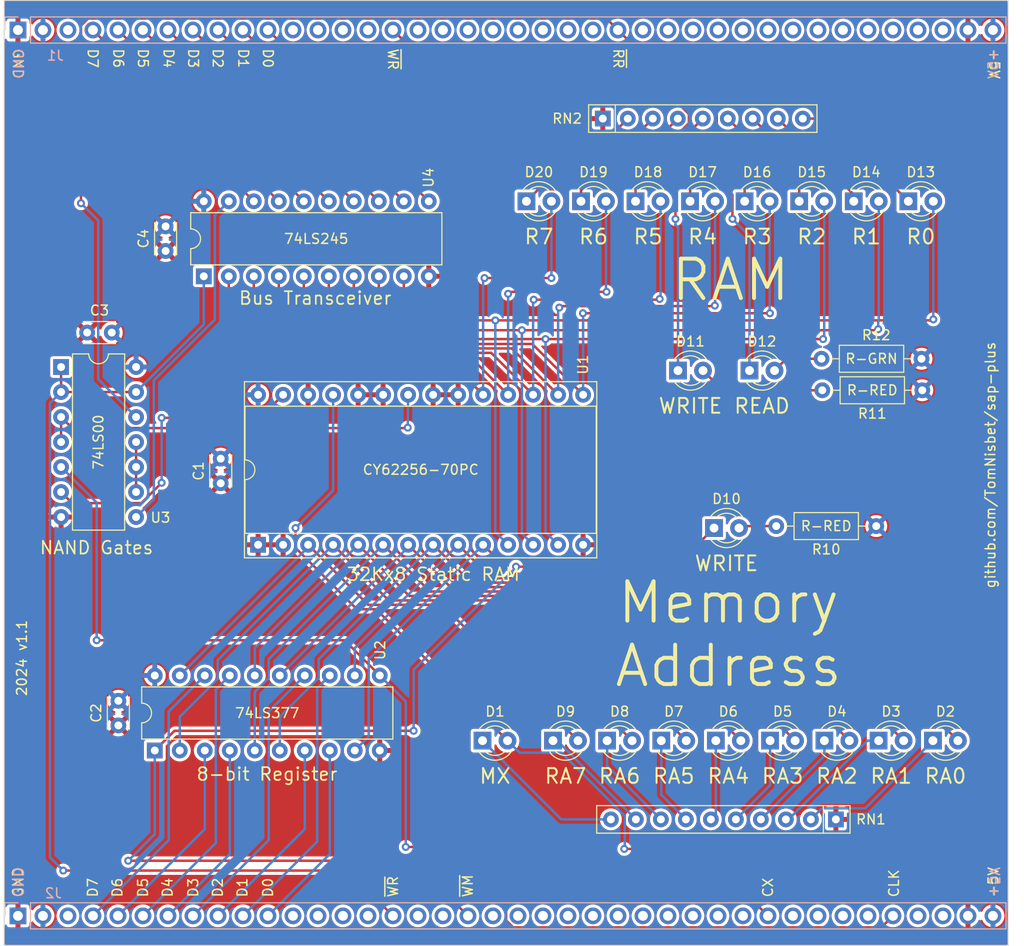
<source format=kicad_pcb>
(kicad_pcb (version 20240108) (generator "pcbnew") (generator_version "8.0")
  (title_block (title "SAP-Plus RAM and MAR") (date "2024-11-30") (rev "1.1") (company "github.com/TomNisbet/sap-plus"))
  (layers (0 "F.Cu" signal) (31 "B.Cu" signal) (34 "B.Paste" user) (35 "F.Paste" user) (36 "B.SilkS" user "B.Silkscreen") (37 "F.SilkS" user "F.Silkscreen") (38 "B.Mask" user) (39 "F.Mask" user) (44 "Edge.Cuts" user))
  (net 0 "")
  (net 1 "CLK")
  (net 2 "D0")
  (net 3 "D1")
  (net 4 "D2")
  (net 5 "D3")
  (net 6 "D4")
  (net 7 "D5")
  (net 8 "D6")
  (net 9 "D7")
  (net 10 "GND")
  (net 11 "/~{WE}")
  (net 12 "Net-(U3-Pad10)")
  (net 19 "/~{CE}")
  (net 27 "+5V")
  (net 34 "CX")
  (net 35 "Net-(D10-A)")
  (net 38 "Net-(D11-A)")
  (net 44 "Net-(D12-A)")
  (net 51 "/RA0")
  (net 52 "/RA1")
  (net 53 "/RA2")
  (net 54 "/RA3")
  (net 55 "/RA4")
  (net 56 "/RA5")
  (net 57 "/RA6")
  (net 58 "/RA7")
  (net 65 "~{RR}")
  (net 66 "~{WR}")
  (net 67 "~{WM}")
  (net 75 "Net-(D1-K)")
  (net 76 "Net-(D2-K)")
  (net 77 "Net-(D3-K)")
  (net 78 "/WR")
  (net 79 "Net-(D4-K)")
  (net 80 "Net-(D5-K)")
  (net 81 "Net-(D6-K)")
  (net 82 "Net-(D7-K)")
  (net 83 "Net-(D8-K)")
  (net 84 "Net-(D9-K)")
  (net 85 "Net-(D13-K)")
  (net 86 "/R0")
  (net 87 "Net-(D14-K)")
  (net 88 "/R1")
  (net 89 "/R2")
  (net 90 "Net-(D15-K)")
  (net 91 "Net-(D16-K)")
  (net 92 "/R3")
  (net 93 "/R4")
  (net 94 "Net-(D17-K)")
  (net 95 "/R5")
  (net 96 "Net-(D18-K)")
  (net 97 "Net-(D19-K)")
  (net 98 "/R6")
  (net 99 "/R7")
  (net 100 "Net-(D20-K)")
  (footprint "LED_THT:LED_D3.0mm" (layer "F.Cu") (at 179.36 118.2)
    (property "Reference" "D2")
    (property "Value" "RA0")
  )
  (footprint "LED_THT:LED_D3.0mm" (layer "F.Cu") (at 173.84571 118.2)
    (property "Reference" "D3")
    (property "Value" "RA1")
  )
  (footprint "LED_THT:LED_D3.0mm" (layer "F.Cu") (at 168.331425 118.2)
    (property "Reference" "D4")
    (property "Value" "RA2")
  )
  (footprint "LED_THT:LED_D3.0mm" (layer "F.Cu") (at 162.81714 118.2)
    (property "Reference" "D5")
    (property "Value" "RA3")
  )
  (footprint "Resistor_THT:R_Axial_DIN0207_L6.3mm_D2.5mm_P10.16mm_Horizontal" (layer "F.Cu") (at 173.6 96.4 180)
    (property "Reference" "R10")
    (property "Value" "R-RED")
  )
  (footprint "Capacitor_THT:C_Disc_D3.0mm_W2.0mm_P2.50mm" (layer "F.Cu") (at 107 92.049998 90)
    (property "Reference" "C1")
    (property "Value" "0.1uF")
  )
  (footprint "Capacitor_THT:C_Disc_D3.0mm_W2.0mm_P2.50mm" (layer "F.Cu") (at 96.6 116.649998 90)
    (property "Reference" "C2")
    (property "Value" "0.1uF")
  )
  (footprint "Capacitor_THT:C_Disc_D3.0mm_W2.0mm_P2.50mm" (layer "F.Cu") (at 93.43 76.74)
    (property "Reference" "C3")
    (property "Value" "0.1uF")
  )
  (footprint "LED_THT:LED_D3.0mm" (layer "F.Cu") (at 160.725 80.6)
    (property "Reference" "D12")
    (property "Value" "READ")
  )
  (footprint "Resistor_THT:R_Axial_DIN0207_L6.3mm_D2.5mm_P10.16mm_Horizontal" (layer "F.Cu") (at 178.28 82.6 180)
    (property "Reference" "R11")
    (property "Value" "R-RED")
  )
  (footprint "Resistor_THT:R_Axial_DIN0207_L6.3mm_D2.5mm_P10.16mm_Horizontal" (layer "F.Cu") (at 178.2 79.4 180)
    (property "Reference" "R12")
    (property "Value" "R-GRN")
  )
  (footprint "Package_DIP:DIP-20_W7.62mm" (layer "F.Cu") (at 100.3 119.199998 90)
    (property "Reference" "U2")
    (property "Value" "74LS377")
  )
  (footprint "Package_DIP:DIP-14_W7.62mm" (layer "F.Cu") (at 90.78 80.24)
    (property "Reference" "U3")
    (property "Value" "74LS00")
  )
  (footprint "LED_THT:LED_D3.0mm" (layer "F.Cu") (at 157.302855 118.2)
    (property "Reference" "D6")
    (property "Value" "RA4")
  )
  (footprint "LED_THT:LED_D3.0mm" (layer "F.Cu") (at 157.12 96.6)
    (property "Reference" "D10")
    (property "Value" "WRITE")
  )
  (footprint "LED_THT:LED_D3.0mm" (layer "F.Cu") (at 153.46 80.6)
    (property "Reference" "D11")
    (property "Value" "WRITE")
  )
  (footprint "Package_DIP:DIP-28_W15.24mm_Socket" (layer "F.Cu") (at 110.8 98.299998 90)
    (property "Reference" "U1")
    (property "Value" "CY62256-70PC")
  )
  (footprint "LED_THT:LED_D3.0mm" (layer "F.Cu") (at 140.76 118.2)
    (property "Reference" "D9")
    (property "Value" "RA7")
  )
  (footprint "LED_THT:LED_D3.0mm" (layer "F.Cu") (at 151.76 118.2)
    (property "Reference" "D7")
    (property "Value" "RA5")
  )
  (footprint "LED_THT:LED_D3.0mm" (layer "F.Cu") (at 146.26 118.2)
    (property "Reference" "D8")
    (property "Value" "RA6")
  )
  (footprint "LED_THT:LED_D3.0mm" (layer "F.Cu") (at 143.602857 63.4)
    (property "Reference" "D19")
    (property "Value" "R6")
  )
  (footprint "Resistor_THT:R_Array_SIP10" (layer "F.Cu") (at 169.5 126.2 180)
    (property "Reference" "RN1")
    (property "Value" "R_GRN")
  )
  (footprint "Capacitor_THT:C_Disc_D3.0mm_W2.0mm_P2.50mm" (layer "F.Cu") (at 101.4 68.45 90)
    (property "Reference" "C4")
    (property "Value" "0.1uF")
  )
  (footprint "LED_THT:LED_D3.0mm" (layer "F.Cu") (at 149.145714 63.4)
    (property "Reference" "D18")
    (property "Value" "R5")
  )
  (footprint "LED_THT:LED_D3.0mm" (layer "F.Cu") (at 154.688571 63.4)
    (property "Reference" "D17")
    (property "Value" "R4")
  )
  (footprint "LED_THT:LED_D3.0mm" (layer "F.Cu") (at 165.774285 63.4)
    (property "Reference" "D15")
    (property "Value" "R2")
  )
  (footprint "LED_THT:LED_D3.0mm" (layer "F.Cu") (at 160.231428 63.4)
    (property "Reference" "D16")
    (property "Value" "R3")
  )
  (footprint "LED_THT:LED_D3.0mm" (layer "F.Cu") (at 171.317142 63.4)
    (property "Reference" "D14")
    (property "Value" "R1")
  )
  (footprint "LED_THT:LED_D3.0mm" (layer "F.Cu") (at 138.06 63.4)
    (property "Reference" "D20")
    (property "Value" "R7")
  )
  (footprint "Resistor_THT:R_Array_SIP9" (layer "F.Cu") (at 145.82 55)
    (property "Reference" "RN2")
    (property "Value" "R_RED")
  )
  (footprint "Package_DIP:DIP-20_W7.62mm" (layer "F.Cu") (at 105.28 71.02 90)
    (property "Reference" "U4")
    (property "Value" "74LS245")
  )
  (footprint "LED_THT:LED_D3.0mm" (layer "F.Cu") (at 176.86 63.4)
    (property "Reference" "D13")
    (property "Value" "R0")
  )
  (footprint "LED_THT:LED_D3.0mm" (layer "F.Cu") (at 133.6 118.2)
    (property "Reference" "D1")
    (property "Value" "MX")
  )
  (footprint "Connector_PinHeader_2.54mm:PinHeader_1x40_P2.54mm_Vertical" (layer "B.Cu") (at 86.4 136 -90)
    (property "Reference" "J2")
    (property "Value" "Bus")
  )
  (footprint "Connector_PinHeader_2.54mm:PinHeader_1x40_P2.54mm_Vertical" (layer "B.Cu") (at 86.4 46 -90)
    (property "Reference" "J1")
    (property "Value" "Bus")
  )
  (gr_line (start 85 139) (end 85 43) (stroke (width 0.1)) (layer "Edge.Cuts"))
  (gr_line (start 187 139) (end 85 139) (stroke (width 0.1)) (layer "Edge.Cuts"))
  (gr_line (start 85 43) (end 187 43) (stroke (width 0.1)) (layer "Edge.Cuts"))
  (gr_line (start 187 43) (end 187 139) (stroke (width 0.1)) (layer "Edge.Cuts"))
  (gr_text "+5V" (at 185.5 47.8 90) (layer "B.SilkS") (effects (font (size 1 1)) (justify left mirror)))
  (gr_text "+5V" (at 185.6 134.2 270) (layer "B.SilkS") (effects (font (size 1 1)) (justify left mirror)))
  (gr_text "GND" (at 86.4 134.2 -90) (layer "B.SilkS") (effects (font (size 1 1)) (justify left mirror)))
  (gr_text "GND" (at 86.5 47.8 90) (layer "B.SilkS") (effects (font (size 1 1)) (justify left mirror)))
  (gr_text "D6" (at 96.5 134.2 90) (layer "F.SilkS") (effects (font (size 1 1)) (justify left)))
  (gr_text "D5" (at 99.1 134.2 90) (layer "F.SilkS") (effects (font (size 1 1)) (justify left)))
  (gr_text "D4" (at 101.6 134.2 90) (layer "F.SilkS") (effects (font (size 1 1)) (justify left)))
  (gr_text "D3" (at 104.2 134.2 90) (layer "F.SilkS") (effects (font (size 1 1)) (justify left)))
  (gr_text "D2" (at 106.7 134.2 90) (layer "F.SilkS") (effects (font (size 1 1)) (justify left)))
  (gr_text "D1" (at 109.2 134.2 90) (layer "F.SilkS") (effects (font (size 1 1)) (justify left)))
  (gr_text "D0" (at 111.8 134.2 90) (layer "F.SilkS") (effects (font (size 1 1)) (justify left)))
  (gr_text "GND" (at 86.4 134.2 90) (layer "F.SilkS") (effects (font (size 1 1)) (justify left)))
  (gr_text "+5V" (at 185.5 134.2 90) (layer "F.SilkS") (effects (font (size 1 1)) (justify left)))
  (gr_text "D2" (at 106.7 47.8 270) (layer "F.SilkS") (effects (font (size 1 1)) (justify left)))
  (gr_text "D7" (at 94 47.8 270) (layer "F.SilkS") (effects (font (size 1 1)) (justify left)))
  (gr_text "D6" (at 96.6 47.8 270) (layer "F.SilkS") (effects (font (size 1 1)) (justify left)))
  (gr_text "D3" (at 104.2 47.8 270) (layer "F.SilkS") (effects (font (size 1 1)) (justify left)))
  (gr_text "D5" (at 99.1 47.8 270) (layer "F.SilkS") (effects (font (size 1 1)) (justify left)))
  (gr_text "D0" (at 111.8 47.8 270) (layer "F.SilkS") (effects (font (size 1 1)) (justify left)))
  (gr_text "D4" (at 101.7 47.8 270) (layer "F.SilkS") (effects (font (size 1 1)) (justify left)))
  (gr_text "GND" (at 86.4 47.8 270) (layer "F.SilkS") (effects (font (size 1 1)) (justify left)))
  (gr_text "+5V" (at 185.6 47.8 270) (layer "F.SilkS") (effects (font (size 1 1)) (justify left)))
  (gr_text "CLK" (at 175.4 134.2 90) (layer "F.SilkS") (effects (font (size 1 1)) (justify left)))
  (gr_text "D1" (at 109.3 47.8 270) (layer "F.SilkS") (effects (font (size 1 1)) (justify left)))
  (gr_text "RAM" (at 158.8 71.4 0) (layer "F.SilkS") (effects (font (size 4 4) (thickness 0.4))))
  (gr_text "Memory\nAddress" (at 158.6 107.4 0) (layer "F.SilkS") (effects (font (size 4 4) (thickness 0.4))))
  (gr_text "~{RR}" (at 147.4 47.8 -90) (layer "F.SilkS") (effects (font (size 1 1)) (justify left)))
  (gr_text "~{WR}" (at 124.5 134.2 90) (layer "F.SilkS") (effects (font (size 1 1)) (justify left)))
  (gr_text "~{WM}" (at 132.1 134.2 90) (layer "F.SilkS") (effects (font (size 1 1)) (justify left)))
  (gr_text "CX" (at 162.6 134.2 90) (layer "F.SilkS") (effects (font (size 1 1)) (justify left)))
  (gr_text "2024 v${REVISION}" (at 86.8 109.8 90) (layer "F.SilkS") (effects (font (size 1 1))))
  (gr_text "D7" (at 94 134.2 90) (layer "F.SilkS") (effects (font (size 1 1)) (justify left)))
  (gr_text "Bus Transceiver" (at 116.6 74 0) (layer "F.SilkS") (effects (font (size 1.3 1.3) (thickness 0.17)) (justify bottom)))
  (gr_text "${COMPANY}" (at 185.2 90.2 90) (layer "F.SilkS") (effects (font (size 1 1))))
  (gr_text "~{WR}" (at 124.5 47.8 -90) (layer "F.SilkS") (effects (font (size 1 1)) (justify left)))
  (segment (start 123.16 111.579998) (end 119.580002 108) (width 0.25) (layer "F.Cu") (net 1))
  (segment (start 136.713299 137.175) (end 174.125 137.175) (width 0.25) (layer "F.Cu") (net 1))
  (segment (start 174.125 137.175) (end 175.3 136) (width 0.25) (layer "F.Cu") (net 1))
  (segment (start 119.580002 108) (end 94.4 108) (width 0.25) (layer "F.Cu") (net 1))
  (segment (start 125.8 129) (end 131.2 129) (width 0.25) (layer "F.Cu") (net 1))
  (segment (start 131.2 129) (end 136 133.8) (width 0.25) (layer "F.Cu") (net 1))
  (segment (start 136 136.461701) (end 136.713299 137.175) (width 0.25) (layer "F.Cu") (net 1))
  (segment (start 136 133.8) (end 136 136.461701) (width 0.25) (layer "F.Cu") (net 1))
  (via (at 125.8 129) (size 0.8) (drill 0.4) (layers "F.Cu" "B.Cu") (net 1))
  (via (at 94.4 108) (size 0.8) (drill 0.4) (layers "F.Cu" "B.Cu") (net 1))
  (segment (start 125.8 129) (end 125.8 114.219998) (width 0.25) (layer "B.Cu") (net 1))
  (segment (start 94.4 94.02) (end 90.78 90.4) (width 0.25) (layer "B.Cu") (net 1))
  (segment (start 94.4 108) (end 94.4 94.02) (width 0.25) (layer "B.Cu") (net 1))
  (segment (start 125.8 114.219998) (end 123.16 111.579998) (width 0.25) (layer "B.Cu") (net 1))
  (segment (start 118 53.26) (end 128.14 63.4) (width 0.25) (layer "F.Cu") (net 2))
  (segment (start 111.8 46) (end 118 52.2) (width 0.25) (layer "F.Cu") (net 2))
  (segment (start 118 52.2) (end 118 53.26) (width 0.25) (layer "F.Cu") (net 2))
  (segment (start 111.8 136) (end 118.08 129.72) (width 0.25) (layer "B.Cu") (net 2))
  (segment (start 118.08 129.72) (end 118.08 119.199998) (width 0.25) (layer "B.Cu") (net 2))
  (segment (start 109.26 46) (end 116.56 53.3) (width 0.25) (layer "F.Cu") (net 3))
  (segment (start 116.56 54.36) (end 125.6 63.4) (width 0.25) (layer "F.Cu") (net 3))
  (segment (start 116.56 53.3) (end 116.56 54.36) (width 0.25) (layer "F.Cu") (net 3))
  (segment (start 116.8 112.859998) (end 116.8 128.46) (width 0.25) (layer "B.Cu") (net 3))
  (segment (start 116.8 112.859998) (end 118.08 111.579998) (width 0.25) (layer "B.Cu") (net 3))
  (segment (start 116.8 128.46) (end 109.26 136) (width 0.25) (layer "B.Cu") (net 3))
  (segment (start 114.919998 54.199998) (end 114.919998 55.259998) (width 0.25) (layer "F.Cu") (net 4))
  (segment (start 114.919998 55.259998) (end 123.06 63.4) (width 0.25) (layer "F.Cu") (net 4))
  (segment (start 106.72 46) (end 114.919998 54.199998) (width 0.25) (layer "F.Cu") (net 4))
  (segment (start 115.54 127.18) (end 115.54 119.199998) (width 0.25) (layer "B.Cu") (net 4))
  (segment (start 106.72 136) (end 115.54 127.18) (width 0.25) (layer "B.Cu") (net 4))
  (segment (start 112.88 55.76) (end 120.52 63.4) (width 0.25) (layer "F.Cu") (net 5))
  (segment (start 104.18 46) (end 112.88 54.7) (width 0.25) (layer "F.Cu") (net 5))
  (segment (start 112.88 54.7) (end 112.88 55.76) (width 0.25) (layer "F.Cu") (net 5))
  (segment (start 104.18 136) (end 111.874999 128.305001) (width 0.25) (layer "B.Cu") (net 5))
  (segment (start 111.874999 115.244999) (end 115.54 111.579998) (width 0.25) (layer "B.Cu") (net 5))
  (segment (start 111.874999 128.305001) (end 111.874999 115.244999) (width 0.25) (layer "B.Cu") (net 5))
  (segment (start 101.64 46) (end 110.790011 55.150011) (width 0.25) (layer "F.Cu") (net 6))
  (segment (start 110.790011 56.210011) (end 117.98 63.4) (width 0.25) (layer "F.Cu") (net 6))
  (segment (start 110.790011 55.150011) (end 110.790011 56.210011) (width 0.25) (layer "F.Cu") (net 6))
  (segment (start 101.64 136) (end 107.92 129.72) (width 0.25) (layer "B.Cu") (net 6))
  (segment (start 107.92 129.72) (end 107.92 119.199998) (width 0.25) (layer "B.Cu") (net 6))
  (segment (start 99.1 46) (end 108.700022 55.600022) (width 0.25) (layer "F.Cu") (net 7))
  (segment (start 108.700022 56.660022) (end 115.44 63.4) (width 0.25) (layer "F.Cu") (net 7))
  (segment (start 108.700022 55.600022) (end 108.700022 56.660022) (width 0.25) (layer "F.Cu") (net 7))
  (segment (start 99.1 136) (end 106.505 128.595) (width 0.25) (layer "B.Cu") (net 7))
  (segment (start 106.505 128.595) (end 106.505 112.994998) (width 0.25) (layer "B.Cu") (net 7))
  (segment (start 106.505 112.994998) (end 107.92 111.579998) (width 0.25) (layer "B.Cu") (net 7))
  (segment (start 106.58 57.08) (end 112.9 63.4) (width 0.25) (layer "F.Cu") (net 8))
  (segment (start 96.56 46) (end 106.58 56.02) (width 0.25) (layer "F.Cu") (net 8))
  (segment (start 106.58 56.02) (end 106.58 57.08) (width 0.25) (layer "F.Cu") (net 8))
  (segment (start 96.56 136) (end 105.38 127.18) (width 0.25) (layer "B.Cu") (net 8))
  (segment (start 105.38 127.18) (end 105.38 119.199998) (width 0.25) (layer "B.Cu") (net 8))
  (segment (start 104.520044 56.500044) (end 104.520044 57.560044) (width 0.25) (layer "F.Cu") (net 9))
  (segment (start 104.520044 57.560044) (end 110.36 63.4) (width 0.25) (layer "F.Cu") (net 9))
  (segment (start 94.02 46) (end 104.520044 56.500044) (width 0.25) (layer "F.Cu") (net 9))
  (segment (start 101.714999 115.244999) (end 105.38 111.579998) (width 0.25) (layer "B.Cu") (net 9))
  (segment (start 101.714999 115.244999) (end 101.714999 128.305001) (width 0.25) (layer "B.Cu") (net 9))
  (segment (start 101.714999 128.305001) (end 94.02 136) (width 0.25) (layer "B.Cu") (net 9))
  (segment (start 98.935 94.065) (end 101 92) (width 0.25) (layer "F.Cu") (net 11))
  (segment (start 101 85.4) (end 110.999998 85.4) (width 0.25) (layer "F.Cu") (net 11))
  (segment (start 90.78 92.94) (end 91.905 94.065) (width 0.25) (layer "F.Cu") (net 11))
  (segment (start 110.999998 85.4) (end 113.34 83.059998) (width 0.25) (layer "F.Cu") (net 11))
  (segment (start 91.905 94.065) (end 98.935 94.065) (width 0.25) (layer "F.Cu") (net 11))
  (via (at 101 92) (size 0.8) (drill 0.4) (layers "F.Cu" "B.Cu") (net 11))
  (via (at 101 85.4) (size 0.8) (drill 0.4) (layers "F.Cu" "B.Cu") (net 11))
  (segment (start 101 92) (end 101 85.4) (width 0.25) (layer "B.Cu") (net 11))
  (segment (start 98.4 90.4) (end 98.4 92.94) (width 0.25) (layer "F.Cu") (net 12))
  (segment (start 98.4 87.86) (end 98.4 90.4) (width 0.25) (layer "F.Cu") (net 12))
  (segment (start 100.2 81.616396) (end 106.405 75.411396) (width 0.25) (layer "B.Cu") (net 19))
  (segment (start 106.405 64.815) (end 107.82 63.4) (width 0.25) (layer "B.Cu") (net 19))
  (segment (start 98.4 95.48) (end 100.2 93.68) (width 0.25) (layer "B.Cu") (net 19))
  (segment (start 106.405 75.411396) (end 106.405 64.815) (width 0.25) (layer "B.Cu") (net 19))
  (segment (start 100.2 93.68) (end 100.2 81.616396) (width 0.25) (layer "B.Cu") (net 19))
  (segment (start 114.6 98.610989) (end 120.839011 104.85) (width 0.25) (layer "F.Cu") (net 34))
  (segment (start 120.839011 104.85) (end 122.79 104.85) (width 0.25) (layer "F.Cu") (net 34))
  (segment (start 122.79 104.85) (end 136.14 118.2) (width 0.25) (layer "F.Cu") (net 34))
  (segment (start 148 129.2) (end 155.8 129.2) (width 0.25) (layer "F.Cu") (net 34))
  (segment (start 155.8 129.2) (end 162.6 136) (width 0.25) (layer "F.Cu") (net 34))
  (segment (start 114.6 96.6) (end 114.6 98.610989) (width 0.25) (layer "F.Cu") (net 34))
  (via (at 148 129.2) (size 0.8) (drill 0.4) (layers "F.Cu" "B.Cu") (net 34))
  (via (at 114.6 96.6) (size 0.8) (drill 0.4) (layers "F.Cu" "B.Cu") (net 34))
  (segment (start 118.42 83.059998) (end 118.42 92.78) (width 0.25) (layer "B.Cu") (net 34))
  (segment (start 141.625 119.425) (end 137.365 119.425) (width 0.25) (layer "B.Cu") (net 34))
  (segment (start 148.055 129.145) (end 148.055 125.855) (width 0.25) (layer "B.Cu") (net 34))
  (segment (start 137.365 119.425) (end 136.14 118.2) (width 0.25) (layer "B.Cu") (net 34))
  (segment (start 148.055 125.855) (end 141.625 119.425) (width 0.25) (layer "B.Cu") (net 34))
  (segment (start 118.42 92.78) (end 114.6 96.6) (width 0.25) (layer "B.Cu") (net 34))
  (segment (start 148 129.2) (end 148.055 129.145) (width 0.25) (layer "B.Cu") (net 34))
  (segment (start 159.86 96.4) (end 159.66 96.6) (width 0.25) (layer "F.Cu") (net 35))
  (segment (start 163.44 96.4) (end 159.86 96.4) (width 0.25) (layer "F.Cu") (net 35))
  (segment (start 168.12 82.6) (end 158 82.6) (width 0.25) (layer "F.Cu") (net 38))
  (segment (start 158 82.6) (end 156 80.6) (width 0.25) (layer "F.Cu") (net 38))
  (segment (start 168.04 79.4) (end 164.465 79.4) (width 0.25) (layer "F.Cu") (net 44))
  (segment (start 164.465 79.4) (end 163.265 80.6) (width 0.25) (layer "F.Cu") (net 44))
  (segment (start 136.610002 101.25) (end 164.95 101.25) (width 0.25) (layer "F.Cu") (net 51))
  (segment (start 133.66 98.299998) (end 136.610002 101.25) (width 0.25) (layer "F.Cu") (net 51))
  (segment (start 164.95 101.25) (end 181.9 118.2) (width 0.25) (layer "F.Cu") (net 51))
  (segment (start 122.034999 117.784999) (end 122.034999 109.924999) (width 0.25) (layer "B.Cu") (net 51))
  (segment (start 122.034999 109.924999) (end 133.66 98.299998) (width 0.25) (layer "B.Cu") (net 51))
  (segment (start 120.62 119.199998) (end 122.034999 117.784999) (width 0.25) (layer "B.Cu") (net 51))
  (segment (start 131.12 98.299998) (end 134.520002 101.7) (width 0.25) (layer "F.Cu") (net 52))
  (segment (start 134.520002 101.7) (end 159.88571 101.7) (width 0.25) (layer "F.Cu") (net 52))
  (segment (start 159.88571 101.7) (end 176.38571 118.2) (width 0.25) (layer "F.Cu") (net 52))
  (segment (start 120.62 108.799998) (end 131.12 98.299998) (width 0.25) (layer "B.Cu") (net 52))
  (segment (start 120.62 111.579998) (end 120.62 108.799998) (width 0.25) (layer "B.Cu") (net 52))
  (segment (start 154.821425 102.15) (end 170.871425 118.2) (width 0.25) (layer "F.Cu") (net 53))
  (segment (start 128.58 98.299998) (end 132.430002 102.15) (width 0.25) (layer "F.Cu") (net 53))
  (segment (start 132.430002 102.15) (end 154.821425 102.15) (width 0.25) (layer "F.Cu") (net 53))
  (segment (start 113 115.785) (end 116.954999 111.830001) (width 0.25) (layer "B.Cu") (net 53))
  (segment (start 116.954999 111.830001) (end 116.954999 109.924999) (width 0.25) (layer "B.Cu") (net 53))
  (segment (start 116.954999 109.924999) (end 128.58 98.299998) (width 0.25) (layer "B.Cu") (net 53))
  (segment (start 113 119.199998) (end 113 115.785) (width 0.25) (layer "B.Cu") (net 53))
  (segment (start 130.340002 102.6) (end 149.75714 102.6) (width 0.25) (layer "F.Cu") (net 54))
  (segment (start 126.04 98.299998) (end 130.340002 102.6) (width 0.25) (layer "F.Cu") (net 54))
  (segment (start 149.75714 102.6) (end 165.35714 118.2) (width 0.25) (layer "F.Cu") (net 54))
  (segment (start 113 111.579998) (end 126.04 98.539998) (width 0.25) (layer "B.Cu") (net 54))
  (segment (start 126.04 98.539998) (end 126.04 98.299998) (width 0.25) (layer "B.Cu") (net 54))
  (segment (start 128.250002 103.05) (end 144.692855 103.05) (width 0.25) (layer "F.Cu") (net 55))
  (segment (start 144.692855 103.05) (end 159.842855 118.2) (width 0.25) (layer "F.Cu") (net 55))
  (segment (start 123.5 98.299998) (end 128.250002 103.05) (width 0.25) (layer "F.Cu") (net 55))
  (segment (start 111.874999 109.924999) (end 123.5 98.299998) (width 0.25) (layer "B.Cu") (net 55))
  (segment (start 110.46 119.199998) (end 110.46 113.245) (width 0.25) (layer "B.Cu") (net 55))
  (segment (start 111.874999 111.830001) (end 111.874999 109.924999) (width 0.25) (layer "B.Cu") (net 55))
  (segment (start 110.46 113.245) (end 111.874999 111.830001) (width 0.25) (layer "B.Cu") (net 55))
  (segment (start 120.96 98.299998) (end 126.160002 103.5) (width 0.25) (layer "F.Cu") (net 56))
  (segment (start 139.6 103.5) (end 154.3 118.2) (width 0.25) (layer "F.Cu") (net 56))
  (segment (start 126.160002 103.5) (end 139.6 103.5) (width 0.25) (layer "F.Cu") (net 56))
  (segment (start 110.46 108.799998) (end 120.96 98.299998) (width 0.25) (layer "B.Cu") (net 56))
  (segment (start 110.46 111.579998) (end 110.46 108.799998) (width 0.25) (layer "B.Cu") (net 56))
  (segment (start 134.55 103.95) (end 148.8 118.2) (width 0.25) (layer "F.Cu") (net 57))
  (segment (start 124.070002 103.95) (end 134.55 103.95) (width 0.25) (layer "F.Cu") (net 57))
  (segment (start 118.42 98.299998) (end 124.070002 103.95) (width 0.25) (layer "F.Cu") (net 57))
  (segment (start 106.7 110.019998) (end 118.42 98.299998) (width 0.25) (layer "B.Cu") (net 57))
  (segment (start 102.84 115.785) (end 106.7 111.925) (width 0.25) (layer "B.Cu") (net 57))
  (segment (start 102.84 119.199998) (end 102.84 115.785) (width 0.25) (layer "B.Cu") (net 57))
  (segment (start 106.7 111.925) (end 106.7 110.019998) (width 0.25) (layer "B.Cu") (net 57))
  (segment (start 121.980002 104.4) (end 129.5 104.4) (width 0.25) (layer "F.Cu") (net 58))
  (segment (start 115.88 98.299998) (end 121.980002 104.4) (width 0.25) (layer "F.Cu") (net 58))
  (segment (start 129.5 104.4) (end 143.3 118.2) (width 0.25) (layer "F.Cu") (net 58))
  (segment (start 102.84 111.579998) (end 115.88 98.539998) (width 0.25) (layer "B.Cu") (net 58))
  (segment (start 115.88 98.539998) (end 115.88 98.299998) (width 0.25) (layer "B.Cu") (net 58))
  (segment (start 158.99 65.19) (end 158.99 62.74) (width 0.25) (layer "F.Cu") (net 65))
  (segment (start 146.185 44.825) (end 93.533299 44.825) (width 0.25) (layer "F.Cu") (net 65))
  (segment (start 157.395 50.395) (end 155 48) (width 0.25) (layer "F.Cu") (net 65))
  (segment (start 157.395 61.145) (end 157.395 50.395) (width 0.25) (layer "F.Cu") (net 65))
  (segment (start 92.8 52) (end 92.8 63.6) (width 0.25) (layer "F.Cu") (net 65))
  (segment (start 147.36 46) (end 146.185 44.825) (width 0.25) (layer "F.Cu") (net 65))
  (segment (start 93.533299 44.825) (end 92.8 45.558299) (width 0.25) (layer "F.Cu") (net 65))
  (segment (start 149.36 48) (end 147.36 46) (width 0.25) (layer "F.Cu") (net 65))
  (segment (start 158.99 62.74) (end 157.395 61.145) (width 0.25) (layer "F.Cu") (net 65))
  (segment (start 155 48) (end 149.36 48) (width 0.25) (layer "F.Cu") (net 65))
  (segment (start 92.8 45.558299) (end 92.8 52) (width 0.25) (layer "F.Cu") (net 65))
  (via (at 92.8 63.6) (size 0.8) (drill 0.4) (layers "F.Cu" "B.Cu") (net 65))
  (via (at 158.99 65.19) (size 0.8) (drill 0.4) (layers "F.Cu" "B.Cu") (net 65))
  (segment (start 158.99 65.19) (end 160.725 66.925) (width 0.25) (layer "B.Cu") (net 65))
  (segment (start 92.8 63.6) (end 94.555 65.355) (width 0.25) (layer "B.Cu") (net 65))
  (segment (start 160.725 66.925) (end 160.725 80.6) (width 0.25) (layer "B.Cu") (net 65))
  (segment (start 94.555 81.475) (end 98.4 85.32) (width 0.25) (layer "B.Cu") (net 65))
  (segment (start 94.555 65.355) (end 94.555 81.475) (width 0.25) (layer "B.Cu") (net 65))
  (segment (start 90.78 80.24) (end 90.78 82.78) (width 0.25) (layer "F.Cu") (net 66))
  (segment (start 124.5 46) (end 127.1 48.6) (width 0.25) (layer "F.Cu") (net 66))
  (segment (start 124.5 136) (end 119.9 131.4) (width 0.25) (layer "F.Cu") (net 66))
  (segment (start 153.2 56.830991) (end 153.2 65.2) (width 0.25) (layer "F.Cu") (net 66))
  (segment (start 90.78 82.78) (end 98.4 82.78) (width 0.25) (layer "F.Cu") (net 66))
  (segment (start 148.2 48.6) (end 148.630991 48.6) (width 0.25) (layer "F.Cu") (net 66))
  (segment (start 119.9 131.4) (end 91 131.4) (width 0.25) (layer "F.Cu") (net 66))
  (segment (start 154.565 54.534009) (end 154.565 55.465991) (width 0.25) (layer "F.Cu") (net 66))
  (segment (start 154.565 55.465991) (end 153.2 56.830991) (width 0.25) (layer "F.Cu") (net 66))
  (segment (start 148.630991 48.6) (end 154.565 54.534009) (width 0.25) (layer "F.Cu") (net 66))
  (segment (start 127.1 48.6) (end 148.2 48.6) (width 0.25) (layer "F.Cu") (net 66))
  (via (at 91 131.4) (size 0.8) (drill 0.4) (layers "F.Cu" "B.Cu") (net 66))
  (via (at 153.2 65.2) (size 0.8) (drill 0.4) (layers "F.Cu" "B.Cu") (net 66))
  (segment (start 153.2 65.8) (end 153.46 66.06) (width 0.25) (layer "B.Cu") (net 66))
  (segment (start 91 131.4) (end 89.655 130.055) (width 0.25) (layer "B.Cu") (net 66))
  (segment (start 105.28 75.9) (end 105.28 71.02) (width 0.25) (layer "B.Cu") (net 66))
  (segment (start 153.46 66.06) (end 153.46 80.6) (width 0.25) (layer "B.Cu") (net 66))
  (segment (start 153.2 65.2) (end 153.2 65.8) (width 0.25) (layer "B.Cu") (net 66))
  (segment (start 89.655 83.905) (end 90.78 82.78) (width 0.25) (layer "B.Cu") (net 66))
  (segment (start 98.4 82.78) (end 105.28 75.9) (width 0.25) (layer "B.Cu") (net 66))
  (segment (start 89.655 130.055) (end 89.655 83.905) (width 0.25) (layer "B.Cu") (net 66))
  (segment (start 132.12 136) (end 126.52 130.4) (width 0.25) (layer "F.Cu") (net 67))
  (segment (start 137 100.525) (end 153.195 100.525) (width 0.25) (layer "F.Cu") (net 67))
  (segment (start 102.299998 117.2) (end 126.6 117.2) (width 0.25) (layer "F.Cu") (net 67))
  (segment (start 100.3 119.199998) (end 102.299998 117.2) (width 0.25) (layer "F.Cu") (net 67))
  (segment (start 126.52 130.4) (end 97.6 130.4) (width 0.25) (layer "F.Cu") (net 67))
  (segment (start 153.195 100.525) (end 157.12 96.6) (width 0.25) (layer "F.Cu") (net 67))
  (via (at 126.6 117.2) (size 0.8) (drill 0.4) (layers "F.Cu" "B.Cu") (net 67))
  (via (at 137 100.525) (size 0.8) (drill 0.4) (layers "F.Cu" "B.Cu") (net 67))
  (via (at 97.6 130.4) (size 0.8) (drill 0.4) (layers "F.Cu" "B.Cu") (net 67))
  (segment (start 137 100.6) (end 137 100.525) (width 0.25) (layer "B.Cu") (net 67))
  (segment (start 126.6 117.2) (end 126.6 111) (width 0.25) (layer "B.Cu") (net 67))
  (segment (start 97.6 130.4) (end 100.3 127.7) (width 0.25) (layer "B.Cu") (net 67))
  (segment (start 126.6 111) (end 137 100.6) (width 0.25) (layer "B.Cu") (net 67))
  (segment (start 100.3 127.7) (end 100.3 119.199998) (width 0.25) (layer "B.Cu") (net 67))
  (segment (start 141.6 126.2) (end 146.64 126.2) (width 0.25) (layer "B.Cu") (net 75))
  (segment (start 133.6 118.2) (end 141.6 126.2) (width 0.25) (layer "B.Cu") (net 75))
  (segment (start 179.36 118.2) (end 172.485 125.075) (width 0.25) (layer "B.Cu") (net 76))
  (segment (start 168.085 125.075) (end 166.96 126.2) (width 0.25) (layer "B.Cu") (net 76))
  (segment (start 172.485 125.075) (end 168.085 125.075) (width 0.25) (layer "B.Cu") (net 76))
  (segment (start 164.69571 126.2) (end 164.42 126.2) (width 0.25) (layer "B.Cu") (net 77))
  (segment (start 172.69571 118.2) (end 164.69571 126.2) (width 0.25) (layer "B.Cu") (net 77))
  (segment (start 173.84571 118.2) (end 172.69571 118.2) (width 0.25) (layer "B.Cu") (net 77))
  (segment (start 91.905 86.445) (end 125.955 86.445) (width 0.25) (layer "F.Cu") (net 78))
  (segment (start 125.955 86.445) (end 126 86.4) (width 0.25) (layer "F.Cu") (net 78))
  (segment (start 90.78 85.32) (end 91.905 86.445) (width 0.25) (layer "F.Cu") (net 78))
  (segment (start 90.78 85.32) (end 90.78 87.86) (width 0.25) (layer "F.Cu") (net 78))
  (via (at 126 86.4) (size 0.8) (drill 0.4) (layers "F.Cu" "B.Cu") (net 78))
  (segment (start 126.04 83.059998) (end 126 86.4) (width 0.25) (layer "B.Cu") (net 78))
  (segment (start 126 86.4) (end 126.04 86.4) (width 0.25) (layer "B.Cu") (net 78))
  (segment (start 168.331425 119.748575) (end 161.88 126.2) (width 0.25) (layer "B.Cu") (net 79))
  (segment (start 168.331425 118.2) (end 168.331425 119.748575) (width 0.25) (layer "B.Cu") (net 79))
  (segment (start 162.81714 118.2) (end 162.81714 122.72286) (width 0.25) (layer "B.Cu") (net 80))
  (segment (start 162.81714 122.72286) (end 159.34 126.2) (width 0.25) (layer "B.Cu") (net 80))
  (segment (start 157.302855 125.697145) (end 156.8 126.2) (width 0.25) (layer "B.Cu") (net 81))
  (segment (start 157.302855 118.2) (end 157.302855 125.697145) (width 0.25) (layer "B.Cu") (net 81))
  (segment (start 151.76 123.7) (end 154.26 126.2) (width 0.25) (layer "B.Cu") (net 82))
  (segment (start 151.76 118.2) (end 151.76 123.7) (width 0.25) (layer "B.Cu") (net 82))
  (segment (start 146.26 120.74) (end 151.72 126.2) (width 0.25) (layer "B.Cu") (net 83))
  (segment (start 146.26 118.2) (end 146.26 120.74) (width 0.25) (layer "B.Cu") (net 83))
  (segment (start 140.76 118.2) (end 141.18 118.2) (width 0.25) (layer "B.Cu") (net 84))
  (segment (start 141.18 118.2) (end 149.18 126.2) (width 0.25) (layer "B.Cu") (net 84))
  (segment (start 176.86 63.4) (end 168.46 55) (width 0.25) (layer "F.Cu") (net 85))
  (segment (start 168.46 55) (end 166.14 55) (width 0.25) (layer "F.Cu") (net 85))
  (segment (start 126.2 75.499998) (end 125.6 74.899998) (width 0.25) (layer "F.Cu") (net 86))
  (segment (start 126.2 75.499998) (end 134.9 75.499998) (width 0.25) (layer "F.Cu") (net 86))
  (segment (start 134.9 75.499998) (end 179.300002 75.499998) (width 0.25) (layer "F.Cu") (net 86))
  (segment (start 125.6 74.899998) (end 125.6 71.02) (width 0.25) (layer "F.Cu") (net 86))
  (segment (start 179.300002 75.499998) (end 179.4 75.4) (width 0.25) (layer "F.Cu") (net 86))
  (via (at 134.9 75.499998) (size 0.8) (drill 0.4) (layers "F.Cu" "B.Cu") (net 86))
  (via (at 179.4 75.4) (size 0.8) (drill 0.4) (layers "F.Cu" "B.Cu") (net 86))
  (segment (start 136.2 98.299998) (end 134.9 96.999998) (width 0.25) (layer "B.Cu") (net 86))
  (segment (start 134.9 96.999998) (end 134.9 75.499998) (width 0.25) (layer "B.Cu") (net 86))
  (segment (start 179.4 75.4) (end 179.4 63.4) (width 0.25) (layer "B.Cu") (net 86))
  (segment (start 171.317142 63.4) (end 171.317142 62.717142) (width 0.25) (layer "F.Cu") (net 87))
  (segment (start 171.317142 62.717142) (end 163.6 55) (width 0.25) (layer "F.Cu") (net 87))
  (segment (start 123.06 74.959998) (end 123.06 71.02) (width 0.25) (layer "F.Cu") (net 88))
  (segment (start 124.6 76.499998) (end 137.6 76.499998) (width 0.25) (layer "F.Cu") (net 88))
  (segment (start 124.6 76.499998) (end 123.06 74.959998) (width 0.25) (layer "F.Cu") (net 88))
  (segment (start 173.700002 76.499998) (end 173.8 76.4) (width 0.25) (layer "F.Cu") (net 88))
  (segment (start 137.6 76.499998) (end 173.700002 76.499998) (width 0.25) (layer "F.Cu") (net 88))
  (via (at 137.6 76.499998) (size 0.8) (drill 0.4) (layers "F.Cu" "B.Cu") (net 88))
  (via (at 173.8 76.4) (size 0.8) (drill 0.4) (layers "F.Cu" "B.Cu") (net 88))
  (segment (start 173.857142 75.542858) (end 173.857142 63.4) (width 0.25) (layer "B.Cu") (net 88))
  (segment (start 173.8 75.6) (end 173.857142 75.542858) (width 0.25) (layer "B.Cu") (net 88))
  (segment (start 138.74 98.299998) (end 137.6 97.159998) (width 0.25) (layer "B.Cu") (net 88))
  (segment (start 173.8 76.4) (end 173.8 75.6) (width 0.25) (layer "B.Cu") (net 88))
  (segment (start 137.6 97.159998) (end 137.6 76.499998) (width 0.25) (layer "B.Cu") (net 88))
  (segment (start 120.52 71.02) (end 120.52 74.999998) (width 0.25) (layer "F.Cu") (net 89))
  (segment (start 122.919998 77.399996) (end 140 77.399996) (width 0.25) (layer "F.Cu") (net 89))
  (segment (start 120.52 74.999998) (end 122.919998 77.399996) (width 0.25) (layer "F.Cu") (net 89))
  (segment (start 140 77.399996) (end 168.199996 77.399996) (width 0.25) (layer "F.Cu") (net 89))
  (segment (start 168.199996 77.399996) (end 168.2 77.4) (width 0.25) (layer "F.Cu") (net 89))
  (via (at 140 77.399996) (size 0.8) (drill 0.4) (layers "F.Cu" "B.Cu") (net 89))
  (via (at 168.2 77.4) (size 0.8) (drill 0.4) (layers "F.Cu" "B.Cu") (net 89))
  (segment (start 168.314285 77.285715) (end 168.314285 63.4) (width 0.25) (layer "B.Cu") (net 89))
  (segment (start 168.2 77.4) (end 168.314285 77.285715) (width 0.25) (layer "B.Cu") (net 89))
  (segment (start 141.28 98.299998) (end 140 97.019998) (width 0.25) (layer "B.Cu") (net 89))
  (segment (start 140 97.019998) (end 140 77.399996) (width 0.25) (layer "B.Cu") (net 89))
  (segment (start 165.774285 59.714285) (end 161.06 55) (width 0.25) (layer "F.Cu") (net 90))
  (segment (start 165.774285 63.4) (end 165.774285 59.714285) (width 0.25) (layer "F.Cu") (net 90))
  (segment (start 160.231428 56.711428) (end 158.52 55) (width 0.25) (layer "F.Cu") (net 91))
  (segment (start 160.231428 63.4) (end 160.231428 56.711428) (width 0.25) (layer "F.Cu") (net 91))
  (segment (start 117.98 74.98) (end 120.899998 77.899998) (width 0.25) (layer "F.Cu") (net 92))
  (segment (start 117.98 71.02) (end 117.98 74.98) (width 0.25) (layer "F.Cu") (net 92))
  (segment (start 120.899998 77.899998) (end 138.66 77.899998) (width 0.25) (layer "F.Cu") (net 92))
  (segment (start 143.8 74.774998) (end 162.8 74.774998) (width 0.25) (layer "F.Cu") (net 92))
  (segment (start 138.66 77.899998) (end 143.82 83.059998) (width 0.25) (layer "F.Cu") (net 92))
  (via (at 162.8 74.774998) (size 0.8) (drill 0.4) (layers "F.Cu" "B.Cu") (net 92))
  (via (at 143.8 74.774998) (size 0.8) (drill 0.4) (layers "F.Cu" "B.Cu") (net 92))
  (segment (start 143.82 83.059998) (end 143.82 74.794998) (width 0.25) (layer "B.Cu") (net 92))
  (segment (start 162.771428 74.746426) (end 162.771428 63.4) (width 0.25) (layer "B.Cu") (net 92))
  (segment (start 162.8 74.774998) (end 162.771428 74.746426) (width 0.25) (layer "B.Cu") (net 92))
  (segment (start 143.82 74.794998) (end 143.8 74.774998) (width 0.25) (layer "B.Cu") (net 92))
  (segment (start 115.44 71.02) (end 115.44 74.999998) (width 0.25) (layer "F.Cu") (net 93))
  (segment (start 118.790011 78.350009) (end 136.570011 78.350009) (width 0.25) (layer "F.Cu") (net 93))
  (segment (start 115.44 74.999998) (end 118.790011 78.350009) (width 0.25) (layer "F.Cu") (net 93))
  (segment (start 141.4 74.2) (end 141.550002 74.049998) (width 0.25) (layer "F.Cu") (net 93))
  (segment (start 157.150002 74.049998) (end 157.2 74) (width 0.25) (layer "F.Cu") (net 93))
  (segment (start 141.550002 74.049998) (end 157.150002 74.049998) (width 0.25) (layer "F.Cu") (net 93))
  (segment (start 136.570011 78.350009) (end 141.28 83.059998) (width 0.25) (layer "F.Cu") (net 93))
  (via (at 141.4 74.2) (size 0.8) (drill 0.4) (layers "F.Cu" "B.Cu") (net 93))
  (via (at 157.2 74) (size 0.8) (drill 0.4) (layers "F.Cu" "B.Cu") (net 93))
  (segment (start 141.28 74.32) (end 141.4 74.2) (width 0.25) (layer "B.Cu") (net 93))
  (segment (start 157.228571 73.971429) (end 157.228571 63.4) (width 0.25) (layer "B.Cu") (net 93))
  (segment (start 141.28 83.059998) (end 141.28 74.32) (width 0.25) (layer "B.Cu") (net 93))
  (segment (start 157.2 74) (end 157.228571 73.971429) (width 0.25) (layer "B.Cu") (net 93))
  (segment (start 154.688571 63.4) (end 154.688571 56.291429) (width 0.25) (layer "F.Cu") (net 94))
  (segment (start 154.688571 56.291429) (end 155.98 55) (width 0.25) (layer "F.Cu") (net 94))
  (segment (start 112.9 74.999998) (end 116.700022 78.80002) (width 0.25) (layer "F.Cu") (net 95))
  (segment (start 112.9 71.02) (end 112.9 74.999998) (width 0.25) (layer "F.Cu") (net 95))
  (segment (start 151.524998 73.4) (end 151.6 73.324998) (width 0.25) (layer "F.Cu") (net 95))
  (segment (start 138.8 73.4) (end 151.524998 73.4) (width 0.25) (layer "F.Cu") (net 95))
  (segment (start 134.480022 78.80002) (end 138.74 83.059998) (width 0.25) (layer "F.Cu") (net 95))
  (segment (start 116.700022 78.80002) (end 134.480022 78.80002) (width 0.25) (layer "F.Cu") (net 95))
  (via (at 138.8 73.4) (size 0.8) (drill 0.4) (layers "F.Cu" "B.Cu") (net 95))
  (via (at 151.6 73.324998) (size 0.8) (drill 0.4) (layers "F.Cu" "B.Cu") (net 95))
  (segment (start 151.6 73.324998) (end 151.685714 73.239284) (width 0.25) (layer "B.Cu") (net 95))
  (segment (start 138.74 73.46) (end 138.8 73.4) (width 0.25) (layer "B.Cu") (net 95))
  (segment (start 138.74 83.059998) (end 138.74 73.46) (width 0.25) (layer "B.Cu") (net 95))
  (segment (start 151.685714 73.239284) (end 151.685714 63.4) (width 0.25) (layer "B.Cu") (net 95))
  (segment (start 149.145714 63.4) (end 149.145714 59.294286) (width 0.25) (layer "F.Cu") (net 96))
  (segment (start 149.145714 59.294286) (end 153.44 55) (width 0.25) (layer "F.Cu") (net 96))
  (segment (start 143.602857 62.297143) (end 150.9 55) (width 0.25) (layer "F.Cu") (net 97))
  (segment (start 143.602857 63.4) (end 143.602857 62.297143) (width 0.25) (layer "F.Cu") (net 97))
  (segment (start 136.4 72.6) (end 146.2 72.6) (width 0.25) (layer "F.Cu") (net 98))
  (segment (start 110.36 74.999998) (end 114.610033 79.250031) (width 0.25) (layer "F.Cu") (net 98))
  (segment (start 114.610033 79.250031) (end 132.390033 79.250031) (width 0.25) (layer "F.Cu") (net 98))
  (segment (start 110.36 71.02) (end 110.36 74.999998) (width 0.25) (layer "F.Cu") (net 98))
  (segment (start 136.2 72.8) (end 136.4 72.6) (width 0.25) (layer "F.Cu") (net 98))
  (segment (start 132.390033 79.250031) (end 136.2 83.059998) (width 0.25) (layer "F.Cu") (net 98))
  (via (at 146.2 72.6) (size 0.8) (drill 0.4) (layers "F.Cu" "B.Cu") (net 98))
  (via (at 136.2 72.8) (size 0.8) (drill 0.4) (layers "F.Cu" "B.Cu") (net 98))
  (segment (start 146.142857 72.542857) (end 146.142857 63.4) (width 0.25) (layer "B.Cu") (net 98))
  (segment (start 136.2 83.059998) (end 136.2 72.8) (width 0.25) (layer "B.Cu") (net 98))
  (segment (start 146.2 72.6) (end 146.142857 72.542857) (width 0.25) (layer "B.Cu") (net 98))
  (segment (start 107.82 71.02) (end 107.82 74.999998) (width 0.25) (layer "F.Cu") (net 99))
  (segment (start 130.300044 79.700042) (end 133.66 83.059998) (width 0.25) (layer "F.Cu") (net 99))
  (segment (start 112.520044 79.700042) (end 130.300044 79.700042) (width 0.25) (layer "F.Cu") (net 99))
  (segment (start 133.8 71.2) (end 140.6 71.2) (width 0.25) (layer "F.Cu") (net 99))
  (segment (start 107.82 74.999998) (end 112.520044 79.700042) (width 0.25) (layer "F.Cu") (net 99))
  (via (at 133.8 71.2) (size 0.8) (drill 0.4) (layers "F.Cu" "B.Cu") (net 99))
  (via (at 140.6 71.2) (size 0.8) (drill 0.4) (layers "F.Cu" "B.Cu") (net 99))
  (segment (start 133.8 71.2) (end 133.66 71.34) (width 0.25) (layer "B.Cu") (net 99))
  (segment (start 133.66 71.34) (end 133.66 83.059998) (width 0.25) (layer "B.Cu") (net 99))
  (segment (start 140.6 71.2) (end 140.6 63.4) (width 0.25) (layer "B.Cu") (net 99))
  (segment (start 141.185 62.175) (end 148.36 55) (width 0.25) (layer "F.Cu") (net 100))
  (segment (start 139.285 62.175) (end 141.185 62.175) (width 0.25) (layer "F.Cu") (net 100))
  (segment (start 138.06 63.4) (end 139.285 62.175) (width 0.25) (layer "F.Cu") (net 100))
  (zone (net 10) (net_name "GND") (layer "F.Cu") (connect_pads (clearance 0.31)) (min_thickness 0.21) (fill yes (thermal_gap 0.508) (thermal_bridge_width 0.508))
    (polygon (pts (xy 187 139) (xy 85 139) (xy 85 43) (xy 187 43)))
  )
  (zone (net 27) (net_name "+5V") (layer "B.Cu") (connect_pads (clearance 0.31)) (min_thickness 0.21) (fill yes (thermal_gap 0.508) (thermal_bridge_width 0.508))
    (polygon (pts (xy 187 139) (xy 85 139) (xy 85 43) (xy 187 43)))
  )
)
</source>
